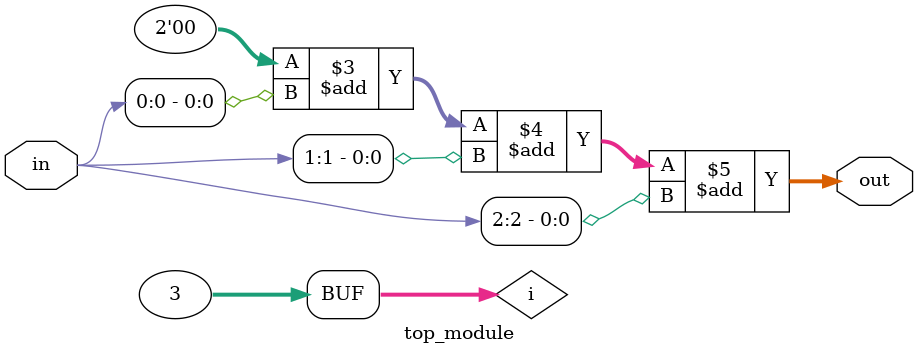
<source format=v>
module top_module( 
    input [2:0] in,
    output [1:0] out );
    integer i;
    always @(*) begin
        out = 0;
        for (i = 0;i < $bits(in); i=i+1)
            out = out + in[i];
    end
endmodule
</source>
